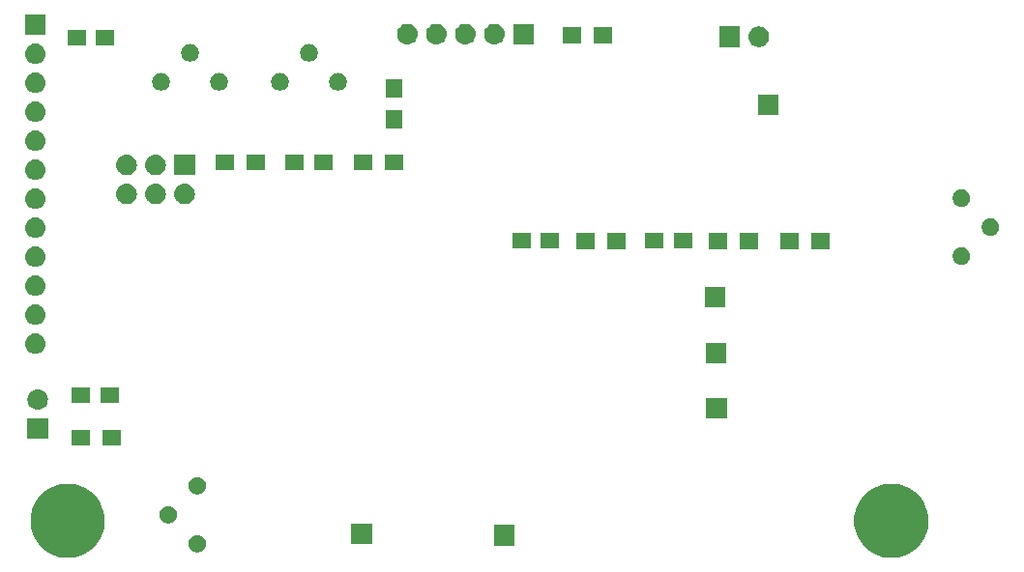
<source format=gbr>
G04 #@! TF.GenerationSoftware,KiCad,Pcbnew,(5.1.4)-1*
G04 #@! TF.CreationDate,2019-11-08T19:54:45+05:00*
G04 #@! TF.ProjectId,powerSupplyArduino,706f7765-7253-4757-9070-6c7941726475,rev?*
G04 #@! TF.SameCoordinates,Original*
G04 #@! TF.FileFunction,Soldermask,Bot*
G04 #@! TF.FilePolarity,Negative*
%FSLAX46Y46*%
G04 Gerber Fmt 4.6, Leading zero omitted, Abs format (unit mm)*
G04 Created by KiCad (PCBNEW (5.1.4)-1) date 2019-11-08 19:54:45*
%MOMM*%
%LPD*%
G04 APERTURE LIST*
%ADD10C,0.100000*%
G04 APERTURE END LIST*
D10*
G36*
X167464239Y-92181467D02*
G01*
X167778282Y-92243934D01*
X168369926Y-92489001D01*
X168902392Y-92844784D01*
X169355216Y-93297608D01*
X169710999Y-93830074D01*
X169925745Y-94348517D01*
X169956066Y-94421719D01*
X170081000Y-95049803D01*
X170081000Y-95690197D01*
X170018533Y-96004239D01*
X169956066Y-96318282D01*
X169710999Y-96909926D01*
X169355216Y-97442392D01*
X168902392Y-97895216D01*
X168369926Y-98250999D01*
X167778282Y-98496066D01*
X167464239Y-98558533D01*
X167150197Y-98621000D01*
X166509803Y-98621000D01*
X166195761Y-98558533D01*
X165881718Y-98496066D01*
X165290074Y-98250999D01*
X164757608Y-97895216D01*
X164304784Y-97442392D01*
X163949001Y-96909926D01*
X163703934Y-96318282D01*
X163641467Y-96004239D01*
X163579000Y-95690197D01*
X163579000Y-95049803D01*
X163703934Y-94421719D01*
X163734255Y-94348517D01*
X163949001Y-93830074D01*
X164304784Y-93297608D01*
X164757608Y-92844784D01*
X165290074Y-92489001D01*
X165881718Y-92243934D01*
X166195761Y-92181467D01*
X166509803Y-92119000D01*
X167150197Y-92119000D01*
X167464239Y-92181467D01*
X167464239Y-92181467D01*
G37*
G36*
X95334239Y-92181467D02*
G01*
X95648282Y-92243934D01*
X96239926Y-92489001D01*
X96772392Y-92844784D01*
X97225216Y-93297608D01*
X97580999Y-93830074D01*
X97795745Y-94348517D01*
X97826066Y-94421719D01*
X97951000Y-95049803D01*
X97951000Y-95690197D01*
X97888533Y-96004239D01*
X97826066Y-96318282D01*
X97580999Y-96909926D01*
X97225216Y-97442392D01*
X96772392Y-97895216D01*
X96239926Y-98250999D01*
X95648282Y-98496066D01*
X95334239Y-98558533D01*
X95020197Y-98621000D01*
X94379803Y-98621000D01*
X94065761Y-98558533D01*
X93751718Y-98496066D01*
X93160074Y-98250999D01*
X92627608Y-97895216D01*
X92174784Y-97442392D01*
X91819001Y-96909926D01*
X91573934Y-96318282D01*
X91511467Y-96004239D01*
X91449000Y-95690197D01*
X91449000Y-95049803D01*
X91573934Y-94421719D01*
X91604255Y-94348517D01*
X91819001Y-93830074D01*
X92174784Y-93297608D01*
X92627608Y-92844784D01*
X93160074Y-92489001D01*
X93751718Y-92243934D01*
X94065761Y-92181467D01*
X94379803Y-92119000D01*
X95020197Y-92119000D01*
X95334239Y-92181467D01*
X95334239Y-92181467D01*
G37*
G36*
X106161410Y-96616056D02*
G01*
X106274893Y-96638629D01*
X106415206Y-96696748D01*
X106541484Y-96781125D01*
X106648875Y-96888516D01*
X106733252Y-97014794D01*
X106791371Y-97155107D01*
X106821000Y-97304063D01*
X106821000Y-97455937D01*
X106791371Y-97604893D01*
X106733252Y-97745206D01*
X106648875Y-97871484D01*
X106541484Y-97978875D01*
X106415206Y-98063252D01*
X106274893Y-98121371D01*
X106175589Y-98141124D01*
X106125938Y-98151000D01*
X105974062Y-98151000D01*
X105924411Y-98141124D01*
X105825107Y-98121371D01*
X105684794Y-98063252D01*
X105558516Y-97978875D01*
X105451125Y-97871484D01*
X105366748Y-97745206D01*
X105308629Y-97604893D01*
X105279000Y-97455937D01*
X105279000Y-97304063D01*
X105308629Y-97155107D01*
X105366748Y-97014794D01*
X105451125Y-96888516D01*
X105558516Y-96781125D01*
X105684794Y-96696748D01*
X105825107Y-96638629D01*
X105938590Y-96616056D01*
X105974062Y-96609000D01*
X106125938Y-96609000D01*
X106161410Y-96616056D01*
X106161410Y-96616056D01*
G37*
G36*
X133811000Y-97551000D02*
G01*
X132009000Y-97551000D01*
X132009000Y-95749000D01*
X133811000Y-95749000D01*
X133811000Y-97551000D01*
X133811000Y-97551000D01*
G37*
G36*
X121341000Y-97421000D02*
G01*
X119539000Y-97421000D01*
X119539000Y-95619000D01*
X121341000Y-95619000D01*
X121341000Y-97421000D01*
X121341000Y-97421000D01*
G37*
G36*
X103635589Y-94078876D02*
G01*
X103734893Y-94098629D01*
X103875206Y-94156748D01*
X104001484Y-94241125D01*
X104108875Y-94348516D01*
X104193252Y-94474794D01*
X104251371Y-94615107D01*
X104281000Y-94764063D01*
X104281000Y-94915937D01*
X104251371Y-95064893D01*
X104193252Y-95205206D01*
X104108875Y-95331484D01*
X104001484Y-95438875D01*
X103875206Y-95523252D01*
X103734893Y-95581371D01*
X103635589Y-95601124D01*
X103585938Y-95611000D01*
X103434062Y-95611000D01*
X103384411Y-95601124D01*
X103285107Y-95581371D01*
X103144794Y-95523252D01*
X103018516Y-95438875D01*
X102911125Y-95331484D01*
X102826748Y-95205206D01*
X102768629Y-95064893D01*
X102739000Y-94915937D01*
X102739000Y-94764063D01*
X102768629Y-94615107D01*
X102826748Y-94474794D01*
X102911125Y-94348516D01*
X103018516Y-94241125D01*
X103144794Y-94156748D01*
X103285107Y-94098629D01*
X103384411Y-94078876D01*
X103434062Y-94069000D01*
X103585938Y-94069000D01*
X103635589Y-94078876D01*
X103635589Y-94078876D01*
G37*
G36*
X106175589Y-91538876D02*
G01*
X106274893Y-91558629D01*
X106415206Y-91616748D01*
X106541484Y-91701125D01*
X106648875Y-91808516D01*
X106733252Y-91934794D01*
X106791371Y-92075107D01*
X106821000Y-92224063D01*
X106821000Y-92375937D01*
X106791371Y-92524893D01*
X106733252Y-92665206D01*
X106648875Y-92791484D01*
X106541484Y-92898875D01*
X106415206Y-92983252D01*
X106274893Y-93041371D01*
X106175589Y-93061124D01*
X106125938Y-93071000D01*
X105974062Y-93071000D01*
X105924411Y-93061124D01*
X105825107Y-93041371D01*
X105684794Y-92983252D01*
X105558516Y-92898875D01*
X105451125Y-92791484D01*
X105366748Y-92665206D01*
X105308629Y-92524893D01*
X105279000Y-92375937D01*
X105279000Y-92224063D01*
X105308629Y-92075107D01*
X105366748Y-91934794D01*
X105451125Y-91808516D01*
X105558516Y-91701125D01*
X105684794Y-91616748D01*
X105825107Y-91558629D01*
X105924411Y-91538876D01*
X105974062Y-91529000D01*
X106125938Y-91529000D01*
X106175589Y-91538876D01*
X106175589Y-91538876D01*
G37*
G36*
X99381000Y-88801000D02*
G01*
X97779000Y-88801000D01*
X97779000Y-87399000D01*
X99381000Y-87399000D01*
X99381000Y-88801000D01*
X99381000Y-88801000D01*
G37*
G36*
X96681000Y-88801000D02*
G01*
X95079000Y-88801000D01*
X95079000Y-87399000D01*
X96681000Y-87399000D01*
X96681000Y-88801000D01*
X96681000Y-88801000D01*
G37*
G36*
X92981000Y-88191000D02*
G01*
X91179000Y-88191000D01*
X91179000Y-86389000D01*
X92981000Y-86389000D01*
X92981000Y-88191000D01*
X92981000Y-88191000D01*
G37*
G36*
X152411000Y-86441000D02*
G01*
X150609000Y-86441000D01*
X150609000Y-84639000D01*
X152411000Y-84639000D01*
X152411000Y-86441000D01*
X152411000Y-86441000D01*
G37*
G36*
X92190442Y-83855518D02*
G01*
X92256627Y-83862037D01*
X92426466Y-83913557D01*
X92582991Y-83997222D01*
X92618729Y-84026552D01*
X92720186Y-84109814D01*
X92803448Y-84211271D01*
X92832778Y-84247009D01*
X92916443Y-84403534D01*
X92967963Y-84573373D01*
X92985359Y-84750000D01*
X92967963Y-84926627D01*
X92916443Y-85096466D01*
X92832778Y-85252991D01*
X92803448Y-85288729D01*
X92720186Y-85390186D01*
X92618729Y-85473448D01*
X92582991Y-85502778D01*
X92426466Y-85586443D01*
X92256627Y-85637963D01*
X92190442Y-85644482D01*
X92124260Y-85651000D01*
X92035740Y-85651000D01*
X91969558Y-85644482D01*
X91903373Y-85637963D01*
X91733534Y-85586443D01*
X91577009Y-85502778D01*
X91541271Y-85473448D01*
X91439814Y-85390186D01*
X91356552Y-85288729D01*
X91327222Y-85252991D01*
X91243557Y-85096466D01*
X91192037Y-84926627D01*
X91174641Y-84750000D01*
X91192037Y-84573373D01*
X91243557Y-84403534D01*
X91327222Y-84247009D01*
X91356552Y-84211271D01*
X91439814Y-84109814D01*
X91541271Y-84026552D01*
X91577009Y-83997222D01*
X91733534Y-83913557D01*
X91903373Y-83862037D01*
X91969558Y-83855518D01*
X92035740Y-83849000D01*
X92124260Y-83849000D01*
X92190442Y-83855518D01*
X92190442Y-83855518D01*
G37*
G36*
X99151000Y-85086000D02*
G01*
X97549000Y-85086000D01*
X97549000Y-83734000D01*
X99151000Y-83734000D01*
X99151000Y-85086000D01*
X99151000Y-85086000D01*
G37*
G36*
X96651000Y-85086000D02*
G01*
X95049000Y-85086000D01*
X95049000Y-83734000D01*
X96651000Y-83734000D01*
X96651000Y-85086000D01*
X96651000Y-85086000D01*
G37*
G36*
X152391000Y-81561000D02*
G01*
X150589000Y-81561000D01*
X150589000Y-79759000D01*
X152391000Y-79759000D01*
X152391000Y-81561000D01*
X152391000Y-81561000D01*
G37*
G36*
X91980442Y-78955518D02*
G01*
X92046627Y-78962037D01*
X92216466Y-79013557D01*
X92372991Y-79097222D01*
X92408729Y-79126552D01*
X92510186Y-79209814D01*
X92593448Y-79311271D01*
X92622778Y-79347009D01*
X92706443Y-79503534D01*
X92757963Y-79673373D01*
X92775359Y-79850000D01*
X92757963Y-80026627D01*
X92706443Y-80196466D01*
X92622778Y-80352991D01*
X92593448Y-80388729D01*
X92510186Y-80490186D01*
X92408729Y-80573448D01*
X92372991Y-80602778D01*
X92216466Y-80686443D01*
X92046627Y-80737963D01*
X91980442Y-80744482D01*
X91914260Y-80751000D01*
X91825740Y-80751000D01*
X91759558Y-80744482D01*
X91693373Y-80737963D01*
X91523534Y-80686443D01*
X91367009Y-80602778D01*
X91331271Y-80573448D01*
X91229814Y-80490186D01*
X91146552Y-80388729D01*
X91117222Y-80352991D01*
X91033557Y-80196466D01*
X90982037Y-80026627D01*
X90964641Y-79850000D01*
X90982037Y-79673373D01*
X91033557Y-79503534D01*
X91117222Y-79347009D01*
X91146552Y-79311271D01*
X91229814Y-79209814D01*
X91331271Y-79126552D01*
X91367009Y-79097222D01*
X91523534Y-79013557D01*
X91693373Y-78962037D01*
X91759558Y-78955518D01*
X91825740Y-78949000D01*
X91914260Y-78949000D01*
X91980442Y-78955518D01*
X91980442Y-78955518D01*
G37*
G36*
X91980442Y-76415518D02*
G01*
X92046627Y-76422037D01*
X92216466Y-76473557D01*
X92372991Y-76557222D01*
X92408729Y-76586552D01*
X92510186Y-76669814D01*
X92593448Y-76771271D01*
X92622778Y-76807009D01*
X92706443Y-76963534D01*
X92757963Y-77133373D01*
X92775359Y-77310000D01*
X92757963Y-77486627D01*
X92706443Y-77656466D01*
X92622778Y-77812991D01*
X92593448Y-77848729D01*
X92510186Y-77950186D01*
X92408729Y-78033448D01*
X92372991Y-78062778D01*
X92216466Y-78146443D01*
X92046627Y-78197963D01*
X91980443Y-78204481D01*
X91914260Y-78211000D01*
X91825740Y-78211000D01*
X91759557Y-78204481D01*
X91693373Y-78197963D01*
X91523534Y-78146443D01*
X91367009Y-78062778D01*
X91331271Y-78033448D01*
X91229814Y-77950186D01*
X91146552Y-77848729D01*
X91117222Y-77812991D01*
X91033557Y-77656466D01*
X90982037Y-77486627D01*
X90964641Y-77310000D01*
X90982037Y-77133373D01*
X91033557Y-76963534D01*
X91117222Y-76807009D01*
X91146552Y-76771271D01*
X91229814Y-76669814D01*
X91331271Y-76586552D01*
X91367009Y-76557222D01*
X91523534Y-76473557D01*
X91693373Y-76422037D01*
X91759558Y-76415518D01*
X91825740Y-76409000D01*
X91914260Y-76409000D01*
X91980442Y-76415518D01*
X91980442Y-76415518D01*
G37*
G36*
X152301000Y-76681000D02*
G01*
X150499000Y-76681000D01*
X150499000Y-74879000D01*
X152301000Y-74879000D01*
X152301000Y-76681000D01*
X152301000Y-76681000D01*
G37*
G36*
X91980443Y-73875519D02*
G01*
X92046627Y-73882037D01*
X92216466Y-73933557D01*
X92372991Y-74017222D01*
X92408729Y-74046552D01*
X92510186Y-74129814D01*
X92593448Y-74231271D01*
X92622778Y-74267009D01*
X92706443Y-74423534D01*
X92757963Y-74593373D01*
X92775359Y-74770000D01*
X92757963Y-74946627D01*
X92706443Y-75116466D01*
X92622778Y-75272991D01*
X92593448Y-75308729D01*
X92510186Y-75410186D01*
X92408729Y-75493448D01*
X92372991Y-75522778D01*
X92216466Y-75606443D01*
X92046627Y-75657963D01*
X91980442Y-75664482D01*
X91914260Y-75671000D01*
X91825740Y-75671000D01*
X91759558Y-75664482D01*
X91693373Y-75657963D01*
X91523534Y-75606443D01*
X91367009Y-75522778D01*
X91331271Y-75493448D01*
X91229814Y-75410186D01*
X91146552Y-75308729D01*
X91117222Y-75272991D01*
X91033557Y-75116466D01*
X90982037Y-74946627D01*
X90964641Y-74770000D01*
X90982037Y-74593373D01*
X91033557Y-74423534D01*
X91117222Y-74267009D01*
X91146552Y-74231271D01*
X91229814Y-74129814D01*
X91331271Y-74046552D01*
X91367009Y-74017222D01*
X91523534Y-73933557D01*
X91693373Y-73882037D01*
X91759557Y-73875519D01*
X91825740Y-73869000D01*
X91914260Y-73869000D01*
X91980443Y-73875519D01*
X91980443Y-73875519D01*
G37*
G36*
X91980442Y-71335518D02*
G01*
X92046627Y-71342037D01*
X92216466Y-71393557D01*
X92372991Y-71477222D01*
X92408729Y-71506552D01*
X92510186Y-71589814D01*
X92593448Y-71691271D01*
X92622778Y-71727009D01*
X92706443Y-71883534D01*
X92757963Y-72053373D01*
X92775359Y-72230000D01*
X92757963Y-72406627D01*
X92706443Y-72576466D01*
X92622778Y-72732991D01*
X92593448Y-72768729D01*
X92510186Y-72870186D01*
X92408729Y-72953448D01*
X92372991Y-72982778D01*
X92216466Y-73066443D01*
X92046627Y-73117963D01*
X91980443Y-73124481D01*
X91914260Y-73131000D01*
X91825740Y-73131000D01*
X91759557Y-73124481D01*
X91693373Y-73117963D01*
X91523534Y-73066443D01*
X91367009Y-72982778D01*
X91331271Y-72953448D01*
X91229814Y-72870186D01*
X91146552Y-72768729D01*
X91117222Y-72732991D01*
X91033557Y-72576466D01*
X90982037Y-72406627D01*
X90964641Y-72230000D01*
X90982037Y-72053373D01*
X91033557Y-71883534D01*
X91117222Y-71727009D01*
X91146552Y-71691271D01*
X91229814Y-71589814D01*
X91331271Y-71506552D01*
X91367009Y-71477222D01*
X91523534Y-71393557D01*
X91693373Y-71342037D01*
X91759558Y-71335518D01*
X91825740Y-71329000D01*
X91914260Y-71329000D01*
X91980442Y-71335518D01*
X91980442Y-71335518D01*
G37*
G36*
X173085589Y-71428876D02*
G01*
X173184893Y-71448629D01*
X173325206Y-71506748D01*
X173451484Y-71591125D01*
X173558875Y-71698516D01*
X173643252Y-71824794D01*
X173701371Y-71965107D01*
X173731000Y-72114063D01*
X173731000Y-72265937D01*
X173701371Y-72414893D01*
X173643252Y-72555206D01*
X173558875Y-72681484D01*
X173451484Y-72788875D01*
X173325206Y-72873252D01*
X173184893Y-72931371D01*
X173085589Y-72951124D01*
X173035938Y-72961000D01*
X172884062Y-72961000D01*
X172834411Y-72951124D01*
X172735107Y-72931371D01*
X172594794Y-72873252D01*
X172468516Y-72788875D01*
X172361125Y-72681484D01*
X172276748Y-72555206D01*
X172218629Y-72414893D01*
X172189000Y-72265937D01*
X172189000Y-72114063D01*
X172218629Y-71965107D01*
X172276748Y-71824794D01*
X172361125Y-71698516D01*
X172468516Y-71591125D01*
X172594794Y-71506748D01*
X172735107Y-71448629D01*
X172834411Y-71428876D01*
X172884062Y-71419000D01*
X173035938Y-71419000D01*
X173085589Y-71428876D01*
X173085589Y-71428876D01*
G37*
G36*
X161421000Y-71545000D02*
G01*
X159819000Y-71545000D01*
X159819000Y-70143000D01*
X161421000Y-70143000D01*
X161421000Y-71545000D01*
X161421000Y-71545000D01*
G37*
G36*
X158721000Y-71545000D02*
G01*
X157119000Y-71545000D01*
X157119000Y-70143000D01*
X158721000Y-70143000D01*
X158721000Y-71545000D01*
X158721000Y-71545000D01*
G37*
G36*
X155171000Y-71545000D02*
G01*
X153569000Y-71545000D01*
X153569000Y-70143000D01*
X155171000Y-70143000D01*
X155171000Y-71545000D01*
X155171000Y-71545000D01*
G37*
G36*
X152471000Y-71545000D02*
G01*
X150869000Y-71545000D01*
X150869000Y-70143000D01*
X152471000Y-70143000D01*
X152471000Y-71545000D01*
X152471000Y-71545000D01*
G37*
G36*
X143581000Y-71545000D02*
G01*
X141979000Y-71545000D01*
X141979000Y-70143000D01*
X143581000Y-70143000D01*
X143581000Y-71545000D01*
X143581000Y-71545000D01*
G37*
G36*
X140881000Y-71545000D02*
G01*
X139279000Y-71545000D01*
X139279000Y-70143000D01*
X140881000Y-70143000D01*
X140881000Y-71545000D01*
X140881000Y-71545000D01*
G37*
G36*
X137741000Y-71490000D02*
G01*
X136139000Y-71490000D01*
X136139000Y-70138000D01*
X137741000Y-70138000D01*
X137741000Y-71490000D01*
X137741000Y-71490000D01*
G37*
G36*
X149391000Y-71490000D02*
G01*
X147789000Y-71490000D01*
X147789000Y-70138000D01*
X149391000Y-70138000D01*
X149391000Y-71490000D01*
X149391000Y-71490000D01*
G37*
G36*
X146891000Y-71490000D02*
G01*
X145289000Y-71490000D01*
X145289000Y-70138000D01*
X146891000Y-70138000D01*
X146891000Y-71490000D01*
X146891000Y-71490000D01*
G37*
G36*
X135241000Y-71490000D02*
G01*
X133639000Y-71490000D01*
X133639000Y-70138000D01*
X135241000Y-70138000D01*
X135241000Y-71490000D01*
X135241000Y-71490000D01*
G37*
G36*
X91980442Y-68795518D02*
G01*
X92046627Y-68802037D01*
X92216466Y-68853557D01*
X92372991Y-68937222D01*
X92408729Y-68966552D01*
X92510186Y-69049814D01*
X92593448Y-69151271D01*
X92622778Y-69187009D01*
X92706443Y-69343534D01*
X92757963Y-69513373D01*
X92775359Y-69690000D01*
X92757963Y-69866627D01*
X92706443Y-70036466D01*
X92622778Y-70192991D01*
X92593448Y-70228729D01*
X92510186Y-70330186D01*
X92408729Y-70413448D01*
X92372991Y-70442778D01*
X92216466Y-70526443D01*
X92046627Y-70577963D01*
X91980442Y-70584482D01*
X91914260Y-70591000D01*
X91825740Y-70591000D01*
X91759558Y-70584482D01*
X91693373Y-70577963D01*
X91523534Y-70526443D01*
X91367009Y-70442778D01*
X91331271Y-70413448D01*
X91229814Y-70330186D01*
X91146552Y-70228729D01*
X91117222Y-70192991D01*
X91033557Y-70036466D01*
X90982037Y-69866627D01*
X90964641Y-69690000D01*
X90982037Y-69513373D01*
X91033557Y-69343534D01*
X91117222Y-69187009D01*
X91146552Y-69151271D01*
X91229814Y-69049814D01*
X91331271Y-68966552D01*
X91367009Y-68937222D01*
X91523534Y-68853557D01*
X91693373Y-68802037D01*
X91759558Y-68795518D01*
X91825740Y-68789000D01*
X91914260Y-68789000D01*
X91980442Y-68795518D01*
X91980442Y-68795518D01*
G37*
G36*
X175625589Y-68888876D02*
G01*
X175724893Y-68908629D01*
X175865206Y-68966748D01*
X175991484Y-69051125D01*
X176098875Y-69158516D01*
X176183252Y-69284794D01*
X176241371Y-69425107D01*
X176271000Y-69574063D01*
X176271000Y-69725937D01*
X176241371Y-69874893D01*
X176183252Y-70015206D01*
X176098875Y-70141484D01*
X175991484Y-70248875D01*
X175865206Y-70333252D01*
X175724893Y-70391371D01*
X175625589Y-70411124D01*
X175575938Y-70421000D01*
X175424062Y-70421000D01*
X175374411Y-70411124D01*
X175275107Y-70391371D01*
X175134794Y-70333252D01*
X175008516Y-70248875D01*
X174901125Y-70141484D01*
X174816748Y-70015206D01*
X174758629Y-69874893D01*
X174729000Y-69725937D01*
X174729000Y-69574063D01*
X174758629Y-69425107D01*
X174816748Y-69284794D01*
X174901125Y-69158516D01*
X175008516Y-69051125D01*
X175134794Y-68966748D01*
X175275107Y-68908629D01*
X175374411Y-68888876D01*
X175424062Y-68879000D01*
X175575938Y-68879000D01*
X175625589Y-68888876D01*
X175625589Y-68888876D01*
G37*
G36*
X91980443Y-66255519D02*
G01*
X92046627Y-66262037D01*
X92216466Y-66313557D01*
X92372991Y-66397222D01*
X92408729Y-66426552D01*
X92510186Y-66509814D01*
X92593448Y-66611271D01*
X92622778Y-66647009D01*
X92706443Y-66803534D01*
X92757963Y-66973373D01*
X92775359Y-67150000D01*
X92757963Y-67326627D01*
X92706443Y-67496466D01*
X92622778Y-67652991D01*
X92593448Y-67688729D01*
X92510186Y-67790186D01*
X92408729Y-67873448D01*
X92372991Y-67902778D01*
X92216466Y-67986443D01*
X92046627Y-68037963D01*
X91980443Y-68044481D01*
X91914260Y-68051000D01*
X91825740Y-68051000D01*
X91759557Y-68044481D01*
X91693373Y-68037963D01*
X91523534Y-67986443D01*
X91367009Y-67902778D01*
X91331271Y-67873448D01*
X91229814Y-67790186D01*
X91146552Y-67688729D01*
X91117222Y-67652991D01*
X91033557Y-67496466D01*
X90982037Y-67326627D01*
X90964641Y-67150000D01*
X90982037Y-66973373D01*
X91033557Y-66803534D01*
X91117222Y-66647009D01*
X91146552Y-66611271D01*
X91229814Y-66509814D01*
X91331271Y-66426552D01*
X91367009Y-66397222D01*
X91523534Y-66313557D01*
X91693373Y-66262037D01*
X91759557Y-66255519D01*
X91825740Y-66249000D01*
X91914260Y-66249000D01*
X91980443Y-66255519D01*
X91980443Y-66255519D01*
G37*
G36*
X173085589Y-66348876D02*
G01*
X173184893Y-66368629D01*
X173325206Y-66426748D01*
X173451484Y-66511125D01*
X173558875Y-66618516D01*
X173643252Y-66744794D01*
X173701371Y-66885107D01*
X173731000Y-67034063D01*
X173731000Y-67185937D01*
X173701371Y-67334893D01*
X173643252Y-67475206D01*
X173558875Y-67601484D01*
X173451484Y-67708875D01*
X173325206Y-67793252D01*
X173184893Y-67851371D01*
X173085589Y-67871124D01*
X173035938Y-67881000D01*
X172884062Y-67881000D01*
X172834411Y-67871124D01*
X172735107Y-67851371D01*
X172594794Y-67793252D01*
X172468516Y-67708875D01*
X172361125Y-67601484D01*
X172276748Y-67475206D01*
X172218629Y-67334893D01*
X172189000Y-67185937D01*
X172189000Y-67034063D01*
X172218629Y-66885107D01*
X172276748Y-66744794D01*
X172361125Y-66618516D01*
X172468516Y-66511125D01*
X172594794Y-66426748D01*
X172735107Y-66368629D01*
X172834411Y-66348876D01*
X172884062Y-66339000D01*
X173035938Y-66339000D01*
X173085589Y-66348876D01*
X173085589Y-66348876D01*
G37*
G36*
X99970443Y-65835519D02*
G01*
X100036627Y-65842037D01*
X100206466Y-65893557D01*
X100362991Y-65977222D01*
X100398729Y-66006552D01*
X100500186Y-66089814D01*
X100583448Y-66191271D01*
X100612778Y-66227009D01*
X100696443Y-66383534D01*
X100747963Y-66553373D01*
X100765359Y-66730000D01*
X100747963Y-66906627D01*
X100696443Y-67076466D01*
X100612778Y-67232991D01*
X100583448Y-67268729D01*
X100500186Y-67370186D01*
X100398729Y-67453448D01*
X100362991Y-67482778D01*
X100206466Y-67566443D01*
X100036627Y-67617963D01*
X99970442Y-67624482D01*
X99904260Y-67631000D01*
X99815740Y-67631000D01*
X99749558Y-67624482D01*
X99683373Y-67617963D01*
X99513534Y-67566443D01*
X99357009Y-67482778D01*
X99321271Y-67453448D01*
X99219814Y-67370186D01*
X99136552Y-67268729D01*
X99107222Y-67232991D01*
X99023557Y-67076466D01*
X98972037Y-66906627D01*
X98954641Y-66730000D01*
X98972037Y-66553373D01*
X99023557Y-66383534D01*
X99107222Y-66227009D01*
X99136552Y-66191271D01*
X99219814Y-66089814D01*
X99321271Y-66006552D01*
X99357009Y-65977222D01*
X99513534Y-65893557D01*
X99683373Y-65842037D01*
X99749557Y-65835519D01*
X99815740Y-65829000D01*
X99904260Y-65829000D01*
X99970443Y-65835519D01*
X99970443Y-65835519D01*
G37*
G36*
X102510443Y-65835519D02*
G01*
X102576627Y-65842037D01*
X102746466Y-65893557D01*
X102902991Y-65977222D01*
X102938729Y-66006552D01*
X103040186Y-66089814D01*
X103123448Y-66191271D01*
X103152778Y-66227009D01*
X103236443Y-66383534D01*
X103287963Y-66553373D01*
X103305359Y-66730000D01*
X103287963Y-66906627D01*
X103236443Y-67076466D01*
X103152778Y-67232991D01*
X103123448Y-67268729D01*
X103040186Y-67370186D01*
X102938729Y-67453448D01*
X102902991Y-67482778D01*
X102746466Y-67566443D01*
X102576627Y-67617963D01*
X102510442Y-67624482D01*
X102444260Y-67631000D01*
X102355740Y-67631000D01*
X102289558Y-67624482D01*
X102223373Y-67617963D01*
X102053534Y-67566443D01*
X101897009Y-67482778D01*
X101861271Y-67453448D01*
X101759814Y-67370186D01*
X101676552Y-67268729D01*
X101647222Y-67232991D01*
X101563557Y-67076466D01*
X101512037Y-66906627D01*
X101494641Y-66730000D01*
X101512037Y-66553373D01*
X101563557Y-66383534D01*
X101647222Y-66227009D01*
X101676552Y-66191271D01*
X101759814Y-66089814D01*
X101861271Y-66006552D01*
X101897009Y-65977222D01*
X102053534Y-65893557D01*
X102223373Y-65842037D01*
X102289557Y-65835519D01*
X102355740Y-65829000D01*
X102444260Y-65829000D01*
X102510443Y-65835519D01*
X102510443Y-65835519D01*
G37*
G36*
X105050443Y-65835519D02*
G01*
X105116627Y-65842037D01*
X105286466Y-65893557D01*
X105442991Y-65977222D01*
X105478729Y-66006552D01*
X105580186Y-66089814D01*
X105663448Y-66191271D01*
X105692778Y-66227009D01*
X105776443Y-66383534D01*
X105827963Y-66553373D01*
X105845359Y-66730000D01*
X105827963Y-66906627D01*
X105776443Y-67076466D01*
X105692778Y-67232991D01*
X105663448Y-67268729D01*
X105580186Y-67370186D01*
X105478729Y-67453448D01*
X105442991Y-67482778D01*
X105286466Y-67566443D01*
X105116627Y-67617963D01*
X105050442Y-67624482D01*
X104984260Y-67631000D01*
X104895740Y-67631000D01*
X104829558Y-67624482D01*
X104763373Y-67617963D01*
X104593534Y-67566443D01*
X104437009Y-67482778D01*
X104401271Y-67453448D01*
X104299814Y-67370186D01*
X104216552Y-67268729D01*
X104187222Y-67232991D01*
X104103557Y-67076466D01*
X104052037Y-66906627D01*
X104034641Y-66730000D01*
X104052037Y-66553373D01*
X104103557Y-66383534D01*
X104187222Y-66227009D01*
X104216552Y-66191271D01*
X104299814Y-66089814D01*
X104401271Y-66006552D01*
X104437009Y-65977222D01*
X104593534Y-65893557D01*
X104763373Y-65842037D01*
X104829557Y-65835519D01*
X104895740Y-65829000D01*
X104984260Y-65829000D01*
X105050443Y-65835519D01*
X105050443Y-65835519D01*
G37*
G36*
X91980443Y-63715519D02*
G01*
X92046627Y-63722037D01*
X92216466Y-63773557D01*
X92372991Y-63857222D01*
X92408729Y-63886552D01*
X92510186Y-63969814D01*
X92593448Y-64071271D01*
X92622778Y-64107009D01*
X92706443Y-64263534D01*
X92757963Y-64433373D01*
X92775359Y-64610000D01*
X92757963Y-64786627D01*
X92706443Y-64956466D01*
X92622778Y-65112991D01*
X92593448Y-65148729D01*
X92510186Y-65250186D01*
X92408729Y-65333448D01*
X92372991Y-65362778D01*
X92216466Y-65446443D01*
X92046627Y-65497963D01*
X91980442Y-65504482D01*
X91914260Y-65511000D01*
X91825740Y-65511000D01*
X91759558Y-65504482D01*
X91693373Y-65497963D01*
X91523534Y-65446443D01*
X91367009Y-65362778D01*
X91331271Y-65333448D01*
X91229814Y-65250186D01*
X91146552Y-65148729D01*
X91117222Y-65112991D01*
X91033557Y-64956466D01*
X90982037Y-64786627D01*
X90964641Y-64610000D01*
X90982037Y-64433373D01*
X91033557Y-64263534D01*
X91117222Y-64107009D01*
X91146552Y-64071271D01*
X91229814Y-63969814D01*
X91331271Y-63886552D01*
X91367009Y-63857222D01*
X91523534Y-63773557D01*
X91693373Y-63722037D01*
X91759557Y-63715519D01*
X91825740Y-63709000D01*
X91914260Y-63709000D01*
X91980443Y-63715519D01*
X91980443Y-63715519D01*
G37*
G36*
X99970442Y-63295518D02*
G01*
X100036627Y-63302037D01*
X100206466Y-63353557D01*
X100362991Y-63437222D01*
X100398729Y-63466552D01*
X100500186Y-63549814D01*
X100583448Y-63651271D01*
X100612778Y-63687009D01*
X100696443Y-63843534D01*
X100747963Y-64013373D01*
X100765359Y-64190000D01*
X100747963Y-64366627D01*
X100696443Y-64536466D01*
X100612778Y-64692991D01*
X100583448Y-64728729D01*
X100500186Y-64830186D01*
X100398729Y-64913448D01*
X100362991Y-64942778D01*
X100206466Y-65026443D01*
X100036627Y-65077963D01*
X99970443Y-65084481D01*
X99904260Y-65091000D01*
X99815740Y-65091000D01*
X99749557Y-65084481D01*
X99683373Y-65077963D01*
X99513534Y-65026443D01*
X99357009Y-64942778D01*
X99321271Y-64913448D01*
X99219814Y-64830186D01*
X99136552Y-64728729D01*
X99107222Y-64692991D01*
X99023557Y-64536466D01*
X98972037Y-64366627D01*
X98954641Y-64190000D01*
X98972037Y-64013373D01*
X99023557Y-63843534D01*
X99107222Y-63687009D01*
X99136552Y-63651271D01*
X99219814Y-63549814D01*
X99321271Y-63466552D01*
X99357009Y-63437222D01*
X99513534Y-63353557D01*
X99683373Y-63302037D01*
X99749558Y-63295518D01*
X99815740Y-63289000D01*
X99904260Y-63289000D01*
X99970442Y-63295518D01*
X99970442Y-63295518D01*
G37*
G36*
X105841000Y-65091000D02*
G01*
X104039000Y-65091000D01*
X104039000Y-63289000D01*
X105841000Y-63289000D01*
X105841000Y-65091000D01*
X105841000Y-65091000D01*
G37*
G36*
X102510442Y-63295518D02*
G01*
X102576627Y-63302037D01*
X102746466Y-63353557D01*
X102902991Y-63437222D01*
X102938729Y-63466552D01*
X103040186Y-63549814D01*
X103123448Y-63651271D01*
X103152778Y-63687009D01*
X103236443Y-63843534D01*
X103287963Y-64013373D01*
X103305359Y-64190000D01*
X103287963Y-64366627D01*
X103236443Y-64536466D01*
X103152778Y-64692991D01*
X103123448Y-64728729D01*
X103040186Y-64830186D01*
X102938729Y-64913448D01*
X102902991Y-64942778D01*
X102746466Y-65026443D01*
X102576627Y-65077963D01*
X102510443Y-65084481D01*
X102444260Y-65091000D01*
X102355740Y-65091000D01*
X102289557Y-65084481D01*
X102223373Y-65077963D01*
X102053534Y-65026443D01*
X101897009Y-64942778D01*
X101861271Y-64913448D01*
X101759814Y-64830186D01*
X101676552Y-64728729D01*
X101647222Y-64692991D01*
X101563557Y-64536466D01*
X101512037Y-64366627D01*
X101494641Y-64190000D01*
X101512037Y-64013373D01*
X101563557Y-63843534D01*
X101647222Y-63687009D01*
X101676552Y-63651271D01*
X101759814Y-63549814D01*
X101861271Y-63466552D01*
X101897009Y-63437222D01*
X102053534Y-63353557D01*
X102223373Y-63302037D01*
X102289558Y-63295518D01*
X102355740Y-63289000D01*
X102444260Y-63289000D01*
X102510442Y-63295518D01*
X102510442Y-63295518D01*
G37*
G36*
X121391000Y-64665000D02*
G01*
X119789000Y-64665000D01*
X119789000Y-63263000D01*
X121391000Y-63263000D01*
X121391000Y-64665000D01*
X121391000Y-64665000D01*
G37*
G36*
X111937000Y-64665000D02*
G01*
X110335000Y-64665000D01*
X110335000Y-63263000D01*
X111937000Y-63263000D01*
X111937000Y-64665000D01*
X111937000Y-64665000D01*
G37*
G36*
X109237000Y-64665000D02*
G01*
X107635000Y-64665000D01*
X107635000Y-63263000D01*
X109237000Y-63263000D01*
X109237000Y-64665000D01*
X109237000Y-64665000D01*
G37*
G36*
X124091000Y-64665000D02*
G01*
X122489000Y-64665000D01*
X122489000Y-63263000D01*
X124091000Y-63263000D01*
X124091000Y-64665000D01*
X124091000Y-64665000D01*
G37*
G36*
X115391000Y-64610000D02*
G01*
X113789000Y-64610000D01*
X113789000Y-63258000D01*
X115391000Y-63258000D01*
X115391000Y-64610000D01*
X115391000Y-64610000D01*
G37*
G36*
X117891000Y-64610000D02*
G01*
X116289000Y-64610000D01*
X116289000Y-63258000D01*
X117891000Y-63258000D01*
X117891000Y-64610000D01*
X117891000Y-64610000D01*
G37*
G36*
X91980443Y-61175519D02*
G01*
X92046627Y-61182037D01*
X92216466Y-61233557D01*
X92372991Y-61317222D01*
X92408729Y-61346552D01*
X92510186Y-61429814D01*
X92593448Y-61531271D01*
X92622778Y-61567009D01*
X92706443Y-61723534D01*
X92757963Y-61893373D01*
X92775359Y-62070000D01*
X92757963Y-62246627D01*
X92706443Y-62416466D01*
X92622778Y-62572991D01*
X92593448Y-62608729D01*
X92510186Y-62710186D01*
X92408729Y-62793448D01*
X92372991Y-62822778D01*
X92216466Y-62906443D01*
X92046627Y-62957963D01*
X91980443Y-62964481D01*
X91914260Y-62971000D01*
X91825740Y-62971000D01*
X91759557Y-62964481D01*
X91693373Y-62957963D01*
X91523534Y-62906443D01*
X91367009Y-62822778D01*
X91331271Y-62793448D01*
X91229814Y-62710186D01*
X91146552Y-62608729D01*
X91117222Y-62572991D01*
X91033557Y-62416466D01*
X90982037Y-62246627D01*
X90964641Y-62070000D01*
X90982037Y-61893373D01*
X91033557Y-61723534D01*
X91117222Y-61567009D01*
X91146552Y-61531271D01*
X91229814Y-61429814D01*
X91331271Y-61346552D01*
X91367009Y-61317222D01*
X91523534Y-61233557D01*
X91693373Y-61182037D01*
X91759557Y-61175519D01*
X91825740Y-61169000D01*
X91914260Y-61169000D01*
X91980443Y-61175519D01*
X91980443Y-61175519D01*
G37*
G36*
X123971000Y-61011000D02*
G01*
X122569000Y-61011000D01*
X122569000Y-59409000D01*
X123971000Y-59409000D01*
X123971000Y-61011000D01*
X123971000Y-61011000D01*
G37*
G36*
X91980442Y-58635518D02*
G01*
X92046627Y-58642037D01*
X92216466Y-58693557D01*
X92372991Y-58777222D01*
X92408729Y-58806552D01*
X92510186Y-58889814D01*
X92593448Y-58991271D01*
X92622778Y-59027009D01*
X92706443Y-59183534D01*
X92757963Y-59353373D01*
X92775359Y-59530000D01*
X92757963Y-59706627D01*
X92706443Y-59876466D01*
X92622778Y-60032991D01*
X92593448Y-60068729D01*
X92510186Y-60170186D01*
X92408729Y-60253448D01*
X92372991Y-60282778D01*
X92216466Y-60366443D01*
X92046627Y-60417963D01*
X91980442Y-60424482D01*
X91914260Y-60431000D01*
X91825740Y-60431000D01*
X91759558Y-60424482D01*
X91693373Y-60417963D01*
X91523534Y-60366443D01*
X91367009Y-60282778D01*
X91331271Y-60253448D01*
X91229814Y-60170186D01*
X91146552Y-60068729D01*
X91117222Y-60032991D01*
X91033557Y-59876466D01*
X90982037Y-59706627D01*
X90964641Y-59530000D01*
X90982037Y-59353373D01*
X91033557Y-59183534D01*
X91117222Y-59027009D01*
X91146552Y-58991271D01*
X91229814Y-58889814D01*
X91331271Y-58806552D01*
X91367009Y-58777222D01*
X91523534Y-58693557D01*
X91693373Y-58642037D01*
X91759558Y-58635518D01*
X91825740Y-58629000D01*
X91914260Y-58629000D01*
X91980442Y-58635518D01*
X91980442Y-58635518D01*
G37*
G36*
X156971000Y-59851000D02*
G01*
X155169000Y-59851000D01*
X155169000Y-58049000D01*
X156971000Y-58049000D01*
X156971000Y-59851000D01*
X156971000Y-59851000D01*
G37*
G36*
X123971000Y-58311000D02*
G01*
X122569000Y-58311000D01*
X122569000Y-56709000D01*
X123971000Y-56709000D01*
X123971000Y-58311000D01*
X123971000Y-58311000D01*
G37*
G36*
X91980443Y-56095519D02*
G01*
X92046627Y-56102037D01*
X92216466Y-56153557D01*
X92372991Y-56237222D01*
X92408729Y-56266552D01*
X92510186Y-56349814D01*
X92593448Y-56451271D01*
X92622778Y-56487009D01*
X92706443Y-56643534D01*
X92757963Y-56813373D01*
X92775359Y-56990000D01*
X92757963Y-57166627D01*
X92706443Y-57336466D01*
X92622778Y-57492991D01*
X92593448Y-57528729D01*
X92510186Y-57630186D01*
X92408729Y-57713448D01*
X92372991Y-57742778D01*
X92216466Y-57826443D01*
X92046627Y-57877963D01*
X91980443Y-57884481D01*
X91914260Y-57891000D01*
X91825740Y-57891000D01*
X91759557Y-57884481D01*
X91693373Y-57877963D01*
X91523534Y-57826443D01*
X91367009Y-57742778D01*
X91331271Y-57713448D01*
X91229814Y-57630186D01*
X91146552Y-57528729D01*
X91117222Y-57492991D01*
X91033557Y-57336466D01*
X90982037Y-57166627D01*
X90964641Y-56990000D01*
X90982037Y-56813373D01*
X91033557Y-56643534D01*
X91117222Y-56487009D01*
X91146552Y-56451271D01*
X91229814Y-56349814D01*
X91331271Y-56266552D01*
X91367009Y-56237222D01*
X91523534Y-56153557D01*
X91693373Y-56102037D01*
X91759557Y-56095519D01*
X91825740Y-56089000D01*
X91914260Y-56089000D01*
X91980443Y-56095519D01*
X91980443Y-56095519D01*
G37*
G36*
X118489589Y-56134876D02*
G01*
X118588893Y-56154629D01*
X118729206Y-56212748D01*
X118855484Y-56297125D01*
X118962875Y-56404516D01*
X119047252Y-56530794D01*
X119105371Y-56671107D01*
X119135000Y-56820063D01*
X119135000Y-56971937D01*
X119105371Y-57120893D01*
X119047252Y-57261206D01*
X118962875Y-57387484D01*
X118855484Y-57494875D01*
X118729206Y-57579252D01*
X118588893Y-57637371D01*
X118489589Y-57657124D01*
X118439938Y-57667000D01*
X118288062Y-57667000D01*
X118238411Y-57657124D01*
X118139107Y-57637371D01*
X117998794Y-57579252D01*
X117872516Y-57494875D01*
X117765125Y-57387484D01*
X117680748Y-57261206D01*
X117622629Y-57120893D01*
X117593000Y-56971937D01*
X117593000Y-56820063D01*
X117622629Y-56671107D01*
X117680748Y-56530794D01*
X117765125Y-56404516D01*
X117872516Y-56297125D01*
X117998794Y-56212748D01*
X118139107Y-56154629D01*
X118238411Y-56134876D01*
X118288062Y-56125000D01*
X118439938Y-56125000D01*
X118489589Y-56134876D01*
X118489589Y-56134876D01*
G37*
G36*
X113409589Y-56134876D02*
G01*
X113508893Y-56154629D01*
X113649206Y-56212748D01*
X113775484Y-56297125D01*
X113882875Y-56404516D01*
X113967252Y-56530794D01*
X114025371Y-56671107D01*
X114055000Y-56820063D01*
X114055000Y-56971937D01*
X114025371Y-57120893D01*
X113967252Y-57261206D01*
X113882875Y-57387484D01*
X113775484Y-57494875D01*
X113649206Y-57579252D01*
X113508893Y-57637371D01*
X113409589Y-57657124D01*
X113359938Y-57667000D01*
X113208062Y-57667000D01*
X113158411Y-57657124D01*
X113059107Y-57637371D01*
X112918794Y-57579252D01*
X112792516Y-57494875D01*
X112685125Y-57387484D01*
X112600748Y-57261206D01*
X112542629Y-57120893D01*
X112513000Y-56971937D01*
X112513000Y-56820063D01*
X112542629Y-56671107D01*
X112600748Y-56530794D01*
X112685125Y-56404516D01*
X112792516Y-56297125D01*
X112918794Y-56212748D01*
X113059107Y-56154629D01*
X113158411Y-56134876D01*
X113208062Y-56125000D01*
X113359938Y-56125000D01*
X113409589Y-56134876D01*
X113409589Y-56134876D01*
G37*
G36*
X108075589Y-56134876D02*
G01*
X108174893Y-56154629D01*
X108315206Y-56212748D01*
X108441484Y-56297125D01*
X108548875Y-56404516D01*
X108633252Y-56530794D01*
X108691371Y-56671107D01*
X108721000Y-56820063D01*
X108721000Y-56971937D01*
X108691371Y-57120893D01*
X108633252Y-57261206D01*
X108548875Y-57387484D01*
X108441484Y-57494875D01*
X108315206Y-57579252D01*
X108174893Y-57637371D01*
X108075589Y-57657124D01*
X108025938Y-57667000D01*
X107874062Y-57667000D01*
X107824411Y-57657124D01*
X107725107Y-57637371D01*
X107584794Y-57579252D01*
X107458516Y-57494875D01*
X107351125Y-57387484D01*
X107266748Y-57261206D01*
X107208629Y-57120893D01*
X107179000Y-56971937D01*
X107179000Y-56820063D01*
X107208629Y-56671107D01*
X107266748Y-56530794D01*
X107351125Y-56404516D01*
X107458516Y-56297125D01*
X107584794Y-56212748D01*
X107725107Y-56154629D01*
X107824411Y-56134876D01*
X107874062Y-56125000D01*
X108025938Y-56125000D01*
X108075589Y-56134876D01*
X108075589Y-56134876D01*
G37*
G36*
X102995589Y-56134876D02*
G01*
X103094893Y-56154629D01*
X103235206Y-56212748D01*
X103361484Y-56297125D01*
X103468875Y-56404516D01*
X103553252Y-56530794D01*
X103611371Y-56671107D01*
X103641000Y-56820063D01*
X103641000Y-56971937D01*
X103611371Y-57120893D01*
X103553252Y-57261206D01*
X103468875Y-57387484D01*
X103361484Y-57494875D01*
X103235206Y-57579252D01*
X103094893Y-57637371D01*
X102995589Y-57657124D01*
X102945938Y-57667000D01*
X102794062Y-57667000D01*
X102744411Y-57657124D01*
X102645107Y-57637371D01*
X102504794Y-57579252D01*
X102378516Y-57494875D01*
X102271125Y-57387484D01*
X102186748Y-57261206D01*
X102128629Y-57120893D01*
X102099000Y-56971937D01*
X102099000Y-56820063D01*
X102128629Y-56671107D01*
X102186748Y-56530794D01*
X102271125Y-56404516D01*
X102378516Y-56297125D01*
X102504794Y-56212748D01*
X102645107Y-56154629D01*
X102744411Y-56134876D01*
X102794062Y-56125000D01*
X102945938Y-56125000D01*
X102995589Y-56134876D01*
X102995589Y-56134876D01*
G37*
G36*
X91980442Y-53555518D02*
G01*
X92046627Y-53562037D01*
X92216466Y-53613557D01*
X92372991Y-53697222D01*
X92391946Y-53712778D01*
X92510186Y-53809814D01*
X92593448Y-53911271D01*
X92622778Y-53947009D01*
X92706443Y-54103534D01*
X92757963Y-54273373D01*
X92775359Y-54450000D01*
X92757963Y-54626627D01*
X92706443Y-54796466D01*
X92622778Y-54952991D01*
X92593448Y-54988729D01*
X92510186Y-55090186D01*
X92408729Y-55173448D01*
X92372991Y-55202778D01*
X92216466Y-55286443D01*
X92046627Y-55337963D01*
X91980443Y-55344481D01*
X91914260Y-55351000D01*
X91825740Y-55351000D01*
X91759557Y-55344481D01*
X91693373Y-55337963D01*
X91523534Y-55286443D01*
X91367009Y-55202778D01*
X91331271Y-55173448D01*
X91229814Y-55090186D01*
X91146552Y-54988729D01*
X91117222Y-54952991D01*
X91033557Y-54796466D01*
X90982037Y-54626627D01*
X90964641Y-54450000D01*
X90982037Y-54273373D01*
X91033557Y-54103534D01*
X91117222Y-53947009D01*
X91146552Y-53911271D01*
X91229814Y-53809814D01*
X91348054Y-53712778D01*
X91367009Y-53697222D01*
X91523534Y-53613557D01*
X91693373Y-53562037D01*
X91759558Y-53555518D01*
X91825740Y-53549000D01*
X91914260Y-53549000D01*
X91980442Y-53555518D01*
X91980442Y-53555518D01*
G37*
G36*
X105535589Y-53594876D02*
G01*
X105634893Y-53614629D01*
X105775206Y-53672748D01*
X105901484Y-53757125D01*
X106008875Y-53864516D01*
X106093252Y-53990794D01*
X106151371Y-54131107D01*
X106181000Y-54280063D01*
X106181000Y-54431937D01*
X106151371Y-54580893D01*
X106093252Y-54721206D01*
X106008875Y-54847484D01*
X105901484Y-54954875D01*
X105775206Y-55039252D01*
X105634893Y-55097371D01*
X105535589Y-55117124D01*
X105485938Y-55127000D01*
X105334062Y-55127000D01*
X105284411Y-55117124D01*
X105185107Y-55097371D01*
X105044794Y-55039252D01*
X104918516Y-54954875D01*
X104811125Y-54847484D01*
X104726748Y-54721206D01*
X104668629Y-54580893D01*
X104639000Y-54431937D01*
X104639000Y-54280063D01*
X104668629Y-54131107D01*
X104726748Y-53990794D01*
X104811125Y-53864516D01*
X104918516Y-53757125D01*
X105044794Y-53672748D01*
X105185107Y-53614629D01*
X105284411Y-53594876D01*
X105334062Y-53585000D01*
X105485938Y-53585000D01*
X105535589Y-53594876D01*
X105535589Y-53594876D01*
G37*
G36*
X115949589Y-53594876D02*
G01*
X116048893Y-53614629D01*
X116189206Y-53672748D01*
X116315484Y-53757125D01*
X116422875Y-53864516D01*
X116507252Y-53990794D01*
X116565371Y-54131107D01*
X116595000Y-54280063D01*
X116595000Y-54431937D01*
X116565371Y-54580893D01*
X116507252Y-54721206D01*
X116422875Y-54847484D01*
X116315484Y-54954875D01*
X116189206Y-55039252D01*
X116048893Y-55097371D01*
X115949589Y-55117124D01*
X115899938Y-55127000D01*
X115748062Y-55127000D01*
X115698411Y-55117124D01*
X115599107Y-55097371D01*
X115458794Y-55039252D01*
X115332516Y-54954875D01*
X115225125Y-54847484D01*
X115140748Y-54721206D01*
X115082629Y-54580893D01*
X115053000Y-54431937D01*
X115053000Y-54280063D01*
X115082629Y-54131107D01*
X115140748Y-53990794D01*
X115225125Y-53864516D01*
X115332516Y-53757125D01*
X115458794Y-53672748D01*
X115599107Y-53614629D01*
X115698411Y-53594876D01*
X115748062Y-53585000D01*
X115899938Y-53585000D01*
X115949589Y-53594876D01*
X115949589Y-53594876D01*
G37*
G36*
X155330442Y-52065518D02*
G01*
X155396627Y-52072037D01*
X155566466Y-52123557D01*
X155722991Y-52207222D01*
X155747101Y-52227009D01*
X155860186Y-52319814D01*
X155912861Y-52384000D01*
X155972778Y-52457009D01*
X156056443Y-52613534D01*
X156107963Y-52783373D01*
X156125359Y-52960000D01*
X156107963Y-53136627D01*
X156056443Y-53306466D01*
X155972778Y-53462991D01*
X155956539Y-53482778D01*
X155860186Y-53600186D01*
X155758729Y-53683448D01*
X155722991Y-53712778D01*
X155566466Y-53796443D01*
X155396627Y-53847963D01*
X155330443Y-53854481D01*
X155264260Y-53861000D01*
X155175740Y-53861000D01*
X155109557Y-53854481D01*
X155043373Y-53847963D01*
X154873534Y-53796443D01*
X154717009Y-53712778D01*
X154681271Y-53683448D01*
X154579814Y-53600186D01*
X154483461Y-53482778D01*
X154467222Y-53462991D01*
X154383557Y-53306466D01*
X154332037Y-53136627D01*
X154314641Y-52960000D01*
X154332037Y-52783373D01*
X154383557Y-52613534D01*
X154467222Y-52457009D01*
X154527139Y-52384000D01*
X154579814Y-52319814D01*
X154692899Y-52227009D01*
X154717009Y-52207222D01*
X154873534Y-52123557D01*
X155043373Y-52072037D01*
X155109558Y-52065518D01*
X155175740Y-52059000D01*
X155264260Y-52059000D01*
X155330442Y-52065518D01*
X155330442Y-52065518D01*
G37*
G36*
X153581000Y-53861000D02*
G01*
X151779000Y-53861000D01*
X151779000Y-52059000D01*
X153581000Y-52059000D01*
X153581000Y-53861000D01*
X153581000Y-53861000D01*
G37*
G36*
X98781000Y-53736000D02*
G01*
X97179000Y-53736000D01*
X97179000Y-52384000D01*
X98781000Y-52384000D01*
X98781000Y-53736000D01*
X98781000Y-53736000D01*
G37*
G36*
X96281000Y-53736000D02*
G01*
X94679000Y-53736000D01*
X94679000Y-52384000D01*
X96281000Y-52384000D01*
X96281000Y-53736000D01*
X96281000Y-53736000D01*
G37*
G36*
X132170442Y-51835518D02*
G01*
X132236627Y-51842037D01*
X132406466Y-51893557D01*
X132562991Y-51977222D01*
X132598729Y-52006552D01*
X132700186Y-52089814D01*
X132783448Y-52191271D01*
X132812778Y-52227009D01*
X132896443Y-52383534D01*
X132947963Y-52553373D01*
X132965359Y-52730000D01*
X132947963Y-52906627D01*
X132896443Y-53076466D01*
X132812778Y-53232991D01*
X132783448Y-53268729D01*
X132700186Y-53370186D01*
X132598729Y-53453448D01*
X132562991Y-53482778D01*
X132406466Y-53566443D01*
X132236627Y-53617963D01*
X132170442Y-53624482D01*
X132104260Y-53631000D01*
X132015740Y-53631000D01*
X131949558Y-53624482D01*
X131883373Y-53617963D01*
X131713534Y-53566443D01*
X131557009Y-53482778D01*
X131521271Y-53453448D01*
X131419814Y-53370186D01*
X131336552Y-53268729D01*
X131307222Y-53232991D01*
X131223557Y-53076466D01*
X131172037Y-52906627D01*
X131154641Y-52730000D01*
X131172037Y-52553373D01*
X131223557Y-52383534D01*
X131307222Y-52227009D01*
X131336552Y-52191271D01*
X131419814Y-52089814D01*
X131521271Y-52006552D01*
X131557009Y-51977222D01*
X131713534Y-51893557D01*
X131883373Y-51842037D01*
X131949558Y-51835518D01*
X132015740Y-51829000D01*
X132104260Y-51829000D01*
X132170442Y-51835518D01*
X132170442Y-51835518D01*
G37*
G36*
X135501000Y-53631000D02*
G01*
X133699000Y-53631000D01*
X133699000Y-51829000D01*
X135501000Y-51829000D01*
X135501000Y-53631000D01*
X135501000Y-53631000D01*
G37*
G36*
X129630442Y-51835518D02*
G01*
X129696627Y-51842037D01*
X129866466Y-51893557D01*
X130022991Y-51977222D01*
X130058729Y-52006552D01*
X130160186Y-52089814D01*
X130243448Y-52191271D01*
X130272778Y-52227009D01*
X130356443Y-52383534D01*
X130407963Y-52553373D01*
X130425359Y-52730000D01*
X130407963Y-52906627D01*
X130356443Y-53076466D01*
X130272778Y-53232991D01*
X130243448Y-53268729D01*
X130160186Y-53370186D01*
X130058729Y-53453448D01*
X130022991Y-53482778D01*
X129866466Y-53566443D01*
X129696627Y-53617963D01*
X129630442Y-53624482D01*
X129564260Y-53631000D01*
X129475740Y-53631000D01*
X129409558Y-53624482D01*
X129343373Y-53617963D01*
X129173534Y-53566443D01*
X129017009Y-53482778D01*
X128981271Y-53453448D01*
X128879814Y-53370186D01*
X128796552Y-53268729D01*
X128767222Y-53232991D01*
X128683557Y-53076466D01*
X128632037Y-52906627D01*
X128614641Y-52730000D01*
X128632037Y-52553373D01*
X128683557Y-52383534D01*
X128767222Y-52227009D01*
X128796552Y-52191271D01*
X128879814Y-52089814D01*
X128981271Y-52006552D01*
X129017009Y-51977222D01*
X129173534Y-51893557D01*
X129343373Y-51842037D01*
X129409558Y-51835518D01*
X129475740Y-51829000D01*
X129564260Y-51829000D01*
X129630442Y-51835518D01*
X129630442Y-51835518D01*
G37*
G36*
X127090442Y-51835518D02*
G01*
X127156627Y-51842037D01*
X127326466Y-51893557D01*
X127482991Y-51977222D01*
X127518729Y-52006552D01*
X127620186Y-52089814D01*
X127703448Y-52191271D01*
X127732778Y-52227009D01*
X127816443Y-52383534D01*
X127867963Y-52553373D01*
X127885359Y-52730000D01*
X127867963Y-52906627D01*
X127816443Y-53076466D01*
X127732778Y-53232991D01*
X127703448Y-53268729D01*
X127620186Y-53370186D01*
X127518729Y-53453448D01*
X127482991Y-53482778D01*
X127326466Y-53566443D01*
X127156627Y-53617963D01*
X127090442Y-53624482D01*
X127024260Y-53631000D01*
X126935740Y-53631000D01*
X126869558Y-53624482D01*
X126803373Y-53617963D01*
X126633534Y-53566443D01*
X126477009Y-53482778D01*
X126441271Y-53453448D01*
X126339814Y-53370186D01*
X126256552Y-53268729D01*
X126227222Y-53232991D01*
X126143557Y-53076466D01*
X126092037Y-52906627D01*
X126074641Y-52730000D01*
X126092037Y-52553373D01*
X126143557Y-52383534D01*
X126227222Y-52227009D01*
X126256552Y-52191271D01*
X126339814Y-52089814D01*
X126441271Y-52006552D01*
X126477009Y-51977222D01*
X126633534Y-51893557D01*
X126803373Y-51842037D01*
X126869558Y-51835518D01*
X126935740Y-51829000D01*
X127024260Y-51829000D01*
X127090442Y-51835518D01*
X127090442Y-51835518D01*
G37*
G36*
X124550442Y-51835518D02*
G01*
X124616627Y-51842037D01*
X124786466Y-51893557D01*
X124942991Y-51977222D01*
X124978729Y-52006552D01*
X125080186Y-52089814D01*
X125163448Y-52191271D01*
X125192778Y-52227009D01*
X125276443Y-52383534D01*
X125327963Y-52553373D01*
X125345359Y-52730000D01*
X125327963Y-52906627D01*
X125276443Y-53076466D01*
X125192778Y-53232991D01*
X125163448Y-53268729D01*
X125080186Y-53370186D01*
X124978729Y-53453448D01*
X124942991Y-53482778D01*
X124786466Y-53566443D01*
X124616627Y-53617963D01*
X124550442Y-53624482D01*
X124484260Y-53631000D01*
X124395740Y-53631000D01*
X124329558Y-53624482D01*
X124263373Y-53617963D01*
X124093534Y-53566443D01*
X123937009Y-53482778D01*
X123901271Y-53453448D01*
X123799814Y-53370186D01*
X123716552Y-53268729D01*
X123687222Y-53232991D01*
X123603557Y-53076466D01*
X123552037Y-52906627D01*
X123534641Y-52730000D01*
X123552037Y-52553373D01*
X123603557Y-52383534D01*
X123687222Y-52227009D01*
X123716552Y-52191271D01*
X123799814Y-52089814D01*
X123901271Y-52006552D01*
X123937009Y-51977222D01*
X124093534Y-51893557D01*
X124263373Y-51842037D01*
X124329558Y-51835518D01*
X124395740Y-51829000D01*
X124484260Y-51829000D01*
X124550442Y-51835518D01*
X124550442Y-51835518D01*
G37*
G36*
X142391000Y-53551000D02*
G01*
X140789000Y-53551000D01*
X140789000Y-52149000D01*
X142391000Y-52149000D01*
X142391000Y-53551000D01*
X142391000Y-53551000D01*
G37*
G36*
X139691000Y-53551000D02*
G01*
X138089000Y-53551000D01*
X138089000Y-52149000D01*
X139691000Y-52149000D01*
X139691000Y-53551000D01*
X139691000Y-53551000D01*
G37*
G36*
X92771000Y-52811000D02*
G01*
X90969000Y-52811000D01*
X90969000Y-51009000D01*
X92771000Y-51009000D01*
X92771000Y-52811000D01*
X92771000Y-52811000D01*
G37*
M02*

</source>
